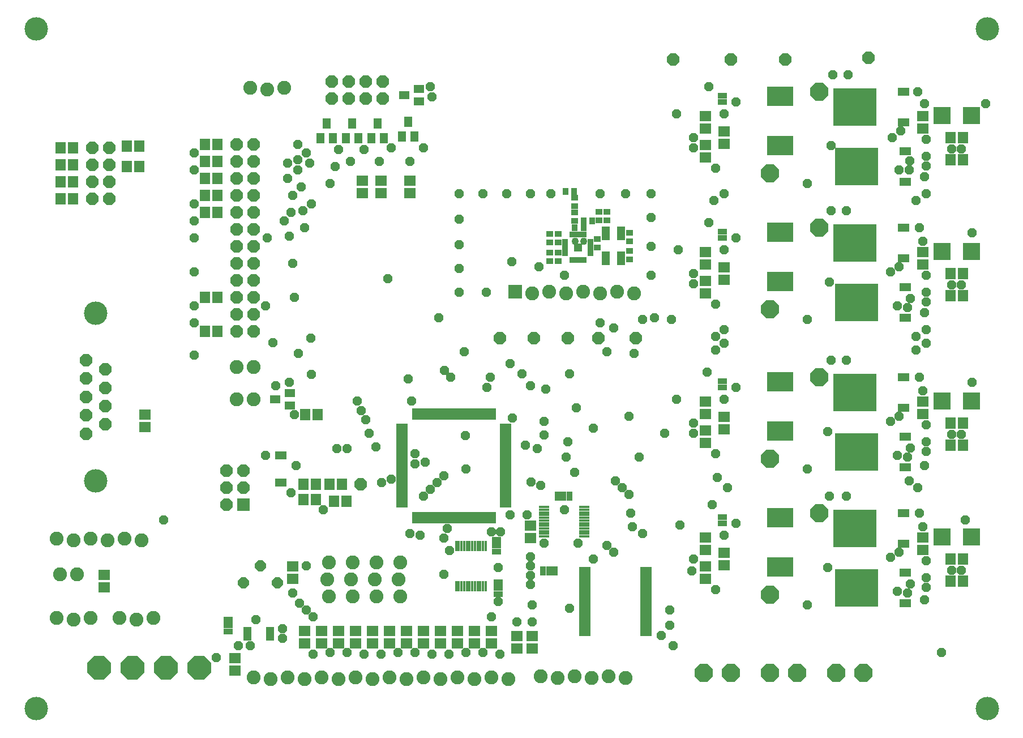
<source format=gts>
G75*
G70*
%OFA0B0*%
%FSLAX24Y24*%
%IPPOS*%
%LPD*%
%AMOC8*
5,1,8,0,0,1.08239X$1,22.5*
%
%ADD10R,0.0513X0.0828*%
%ADD11R,0.0434X0.0356*%
%ADD12R,0.0356X0.0434*%
%ADD13R,0.0474X0.0474*%
%ADD14R,0.0336X0.0198*%
%ADD15R,0.0198X0.0336*%
%ADD16R,0.0671X0.0592*%
%ADD17OC8,0.1080*%
%ADD18R,0.0680X0.4080*%
%ADD19R,0.0474X0.0631*%
%ADD20R,0.0631X0.0474*%
%ADD21R,0.0580X0.0330*%
%ADD22C,0.0820*%
%ADD23R,0.0820X0.0820*%
%ADD24R,0.0186X0.0671*%
%ADD25R,0.0671X0.0186*%
%ADD26R,0.0740X0.0740*%
%ADD27OC8,0.0740*%
%ADD28R,0.0671X0.0493*%
%ADD29R,0.0592X0.0671*%
%ADD30OC8,0.0720*%
%ADD31R,0.2521X0.2206*%
%ADD32R,0.0710X0.0474*%
%ADD33R,0.1025X0.1025*%
%ADD34R,0.1576X0.1182*%
%ADD35C,0.1380*%
%ADD36OC8,0.1380*%
%ADD37OC8,0.0640*%
%ADD38R,0.0474X0.0218*%
%ADD39R,0.0178X0.0631*%
%ADD40R,0.0631X0.0178*%
%ADD41R,0.0330X0.0580*%
%ADD42C,0.0430*%
%ADD43OC8,0.0520*%
D10*
X035729Y028711D03*
X036634Y028711D03*
X036634Y030168D03*
X035729Y030168D03*
D11*
X035232Y029845D03*
X035232Y029333D03*
X035338Y030918D03*
X035777Y030918D03*
X035777Y031430D03*
X035338Y031430D03*
X033879Y031393D03*
X033879Y031748D03*
X033879Y032259D03*
X033879Y030881D03*
X032932Y030145D03*
X032432Y030145D03*
X032432Y029633D03*
X032932Y029633D03*
X032932Y029045D03*
X032432Y029045D03*
X032432Y028533D03*
X032932Y028533D03*
X037132Y028633D03*
X037132Y029145D03*
X037132Y029683D03*
X037132Y030195D03*
D12*
X034922Y030901D03*
X034410Y030901D03*
X034416Y030489D03*
X033905Y030489D03*
X033865Y032629D03*
X033353Y032629D03*
D13*
X034082Y029339D03*
D14*
X034830Y029339D03*
X034830Y029142D03*
X034830Y028946D03*
X034830Y029536D03*
X034830Y029733D03*
X033334Y029733D03*
X033334Y029536D03*
X033334Y029339D03*
X033334Y029142D03*
X033334Y028946D03*
D15*
X033688Y028591D03*
X033885Y028591D03*
X034082Y028591D03*
X034279Y028591D03*
X034475Y028591D03*
X034475Y030087D03*
X034279Y030087D03*
X034082Y030087D03*
X033885Y030087D03*
X033688Y030087D03*
D16*
X041582Y029063D03*
X041582Y028315D03*
X041582Y027363D03*
X041582Y026615D03*
X042682Y027415D03*
X042682Y028163D03*
X041582Y034615D03*
X041582Y035363D03*
X041582Y036315D03*
X041582Y037063D03*
X042682Y036163D03*
X042682Y035415D03*
X054382Y036315D03*
X054382Y037063D03*
X054382Y029063D03*
X054382Y028315D03*
X054382Y020263D03*
X054382Y019515D03*
X054382Y012263D03*
X054382Y011515D03*
X042682Y011363D03*
X042682Y010615D03*
X041582Y010563D03*
X041582Y009815D03*
X041582Y011515D03*
X041582Y012263D03*
X041582Y017815D03*
X041582Y018563D03*
X041582Y019515D03*
X041582Y020263D03*
X042682Y019363D03*
X042682Y018615D03*
X031282Y012963D03*
X031282Y012215D03*
X028982Y006763D03*
X028982Y006015D03*
X027982Y006015D03*
X027982Y006763D03*
X026982Y006763D03*
X025982Y006763D03*
X025982Y006015D03*
X026982Y006015D03*
X024982Y006015D03*
X024982Y006763D03*
X023982Y006763D03*
X022982Y006763D03*
X022982Y006015D03*
X023982Y006015D03*
X021982Y006015D03*
X021982Y006763D03*
X020982Y006763D03*
X019982Y006763D03*
X019982Y006015D03*
X020982Y006015D03*
X018982Y006015D03*
X018982Y006763D03*
X017982Y006763D03*
X017982Y006015D03*
X013882Y005163D03*
X013882Y004415D03*
X006182Y009315D03*
X006182Y010063D03*
X017282Y009815D03*
X017282Y010563D03*
X008582Y018765D03*
X008582Y019513D03*
X021382Y032515D03*
X021382Y033263D03*
X022482Y033263D03*
X022482Y032515D03*
X024182Y032515D03*
X024182Y033263D03*
X030482Y006463D03*
X031382Y006463D03*
X031382Y005715D03*
X030482Y005715D03*
D17*
X041482Y004289D03*
X043082Y004289D03*
X045382Y004289D03*
X046982Y004289D03*
X049282Y004289D03*
X050882Y004289D03*
X045382Y008889D03*
X048282Y013689D03*
X045382Y016889D03*
X048282Y021689D03*
X045382Y025689D03*
X048282Y030489D03*
X045382Y033689D03*
X048282Y038489D03*
D18*
X038082Y008489D03*
X034482Y008489D03*
D19*
X024456Y035856D03*
X023708Y035856D03*
X024082Y036722D03*
X022656Y035756D03*
X021908Y035756D03*
X021156Y035756D03*
X020408Y035756D03*
X019656Y035756D03*
X018908Y035756D03*
X019282Y036622D03*
X020782Y036622D03*
X022282Y036622D03*
D20*
X023849Y038289D03*
X024715Y037915D03*
X024715Y038663D03*
X017115Y020763D03*
X017115Y020015D03*
X016249Y020389D03*
D21*
X029282Y012139D03*
X029282Y011789D03*
X029282Y011439D03*
X029382Y009639D03*
X029382Y009289D03*
X029382Y008939D03*
X042582Y013112D03*
X042582Y013466D03*
X042582Y021112D03*
X042582Y021466D03*
X042582Y029912D03*
X042582Y030266D03*
X042582Y037912D03*
X042582Y038266D03*
X013482Y007439D03*
X013482Y007089D03*
X013482Y006739D03*
D22*
X014982Y004039D03*
X015982Y003939D03*
X016982Y004039D03*
X017982Y003939D03*
X018982Y004039D03*
X019982Y003939D03*
X020982Y004039D03*
X021982Y003939D03*
X022982Y004039D03*
X023982Y003939D03*
X024982Y004039D03*
X025982Y003939D03*
X026982Y004039D03*
X027982Y003939D03*
X028982Y004039D03*
X029982Y003939D03*
X031882Y004089D03*
X032882Y003989D03*
X033882Y004089D03*
X034882Y003989D03*
X035882Y004089D03*
X036882Y003989D03*
X023632Y008789D03*
X023532Y009789D03*
X023632Y010789D03*
X022232Y010789D03*
X022132Y009789D03*
X020732Y009789D03*
X020832Y010789D03*
X019432Y010789D03*
X019332Y009789D03*
X019432Y008789D03*
X020832Y008789D03*
X022232Y008789D03*
X009082Y007539D03*
X008082Y007439D03*
X007082Y007539D03*
X005382Y007539D03*
X004382Y007439D03*
X003382Y007539D03*
X003582Y010089D03*
X004582Y010089D03*
X004382Y012089D03*
X005382Y012189D03*
X006382Y012089D03*
X007382Y012189D03*
X008382Y012089D03*
X003382Y012189D03*
X013982Y020389D03*
X014982Y020389D03*
X014982Y022289D03*
X013982Y022289D03*
X031382Y026639D03*
X032382Y026739D03*
X033382Y026639D03*
X034382Y026739D03*
X035382Y026639D03*
X036382Y026739D03*
X037382Y026639D03*
X016782Y038739D03*
X015782Y038639D03*
X014782Y038739D03*
D23*
X030382Y026739D03*
D24*
X029144Y019540D03*
X028947Y019540D03*
X028750Y019540D03*
X028553Y019540D03*
X028357Y019540D03*
X028160Y019540D03*
X027963Y019540D03*
X027766Y019540D03*
X027569Y019540D03*
X027372Y019540D03*
X027175Y019540D03*
X026979Y019540D03*
X026782Y019540D03*
X026585Y019540D03*
X026388Y019540D03*
X026191Y019540D03*
X025994Y019540D03*
X025797Y019540D03*
X025601Y019540D03*
X025404Y019540D03*
X025207Y019540D03*
X025010Y019540D03*
X024813Y019540D03*
X024616Y019540D03*
X024420Y019540D03*
X024420Y013438D03*
X024616Y013438D03*
X024813Y013438D03*
X025010Y013438D03*
X025207Y013438D03*
X025404Y013438D03*
X025601Y013438D03*
X025797Y013438D03*
X025994Y013438D03*
X026191Y013438D03*
X026388Y013438D03*
X026585Y013438D03*
X026782Y013438D03*
X026979Y013438D03*
X027175Y013438D03*
X027372Y013438D03*
X027569Y013438D03*
X027766Y013438D03*
X027963Y013438D03*
X028160Y013438D03*
X028357Y013438D03*
X028553Y013438D03*
X028750Y013438D03*
X028947Y013438D03*
X029144Y013438D03*
D25*
X029833Y014127D03*
X029833Y014324D03*
X029833Y014521D03*
X029833Y014718D03*
X029833Y014914D03*
X029833Y015111D03*
X029833Y015308D03*
X029833Y015505D03*
X029833Y015702D03*
X029833Y015899D03*
X029833Y016096D03*
X029833Y016292D03*
X029833Y016489D03*
X029833Y016686D03*
X029833Y016883D03*
X029833Y017080D03*
X029833Y017277D03*
X029833Y017474D03*
X029833Y017670D03*
X029833Y017867D03*
X029833Y018064D03*
X029833Y018261D03*
X029833Y018458D03*
X029833Y018655D03*
X029833Y018851D03*
X023731Y018851D03*
X023731Y018655D03*
X023731Y018458D03*
X023731Y018261D03*
X023731Y018064D03*
X023731Y017867D03*
X023731Y017670D03*
X023731Y017474D03*
X023731Y017277D03*
X023731Y017080D03*
X023731Y016883D03*
X023731Y016686D03*
X023731Y016489D03*
X023731Y016292D03*
X023731Y016096D03*
X023731Y015899D03*
X023731Y015702D03*
X023731Y015505D03*
X023731Y015308D03*
X023731Y015111D03*
X023731Y014914D03*
X023731Y014718D03*
X023731Y014521D03*
X023731Y014324D03*
X023731Y014127D03*
D26*
X014382Y014189D03*
D27*
X013382Y014189D03*
X013382Y015189D03*
X014382Y015189D03*
X014382Y016189D03*
X013382Y016189D03*
D28*
X016582Y015492D03*
X016582Y017087D03*
D29*
X017908Y015389D03*
X018656Y015389D03*
X019458Y015389D03*
X020206Y015389D03*
X020456Y014389D03*
X019708Y014389D03*
X018656Y014489D03*
X017908Y014489D03*
X018008Y019489D03*
X018756Y019489D03*
X012856Y024389D03*
X012108Y024389D03*
X012108Y026389D03*
X012856Y026389D03*
X012856Y031389D03*
X012108Y031389D03*
X012108Y032389D03*
X012856Y032389D03*
X012856Y033389D03*
X012108Y033389D03*
X012108Y034389D03*
X012856Y034389D03*
X012856Y035389D03*
X012108Y035389D03*
X008256Y035289D03*
X007508Y035289D03*
X007508Y034089D03*
X008256Y034089D03*
X004356Y034189D03*
X003608Y034189D03*
X003608Y035189D03*
X004356Y035189D03*
X004356Y033189D03*
X003608Y033189D03*
X003608Y032189D03*
X004356Y032189D03*
X056008Y034489D03*
X056756Y034489D03*
X056756Y035789D03*
X056008Y035789D03*
X056008Y027789D03*
X056756Y027789D03*
X056756Y026489D03*
X056008Y026489D03*
X056008Y018989D03*
X056756Y018989D03*
X056756Y017689D03*
X056008Y017689D03*
X056008Y010989D03*
X056756Y010989D03*
X056756Y009689D03*
X056008Y009689D03*
D30*
X037482Y023989D03*
X035282Y023989D03*
X033482Y023989D03*
X031482Y023989D03*
X029482Y023989D03*
X021282Y015389D03*
X014982Y024389D03*
X013982Y024389D03*
X013982Y025389D03*
X014982Y025389D03*
X014982Y026389D03*
X013982Y026389D03*
X013982Y027389D03*
X014982Y027389D03*
X014982Y028389D03*
X013982Y028389D03*
X013982Y029389D03*
X014982Y029389D03*
X014982Y030389D03*
X013982Y030389D03*
X013982Y031389D03*
X014982Y031389D03*
X014982Y032389D03*
X013982Y032389D03*
X013982Y033389D03*
X014982Y033389D03*
X014982Y034389D03*
X013982Y034389D03*
X013982Y035389D03*
X014982Y035389D03*
X019582Y038089D03*
X020582Y038089D03*
X021582Y038089D03*
X022582Y038089D03*
X022582Y039089D03*
X021582Y039089D03*
X020582Y039089D03*
X019582Y039089D03*
X006482Y035189D03*
X005482Y035189D03*
X005482Y034189D03*
X006482Y034189D03*
X006482Y033189D03*
X005482Y033189D03*
X005482Y032189D03*
X006482Y032189D03*
X005122Y022699D03*
X006242Y022159D03*
X006242Y021079D03*
X006242Y019999D03*
X005122Y019459D03*
X005122Y018379D03*
X006242Y018919D03*
X005122Y020539D03*
X005122Y021619D03*
X039682Y040389D03*
X043082Y040389D03*
X046282Y040389D03*
X051182Y040489D03*
D31*
X050397Y037589D03*
X050497Y034089D03*
X050397Y029589D03*
X050497Y026089D03*
X050397Y020789D03*
X050497Y017289D03*
X050397Y012789D03*
X050497Y009289D03*
D32*
X053371Y008392D03*
X053371Y010187D03*
X053271Y011892D03*
X053271Y013687D03*
X053371Y016392D03*
X053371Y018187D03*
X053271Y019892D03*
X053271Y021687D03*
X053371Y025192D03*
X053371Y026987D03*
X053271Y028692D03*
X053271Y030487D03*
X053371Y033192D03*
X053371Y034987D03*
X053271Y036692D03*
X053271Y038487D03*
D33*
X055516Y037089D03*
X057248Y037089D03*
X057248Y029089D03*
X055516Y029089D03*
X055516Y020289D03*
X057248Y020289D03*
X057248Y012289D03*
X055516Y012289D03*
D34*
X045982Y013446D03*
X045982Y010533D03*
X045982Y018533D03*
X045982Y021446D03*
X045982Y027333D03*
X045982Y030246D03*
X045982Y035333D03*
X045982Y038246D03*
D35*
X002182Y002189D03*
X005682Y015609D03*
X005682Y025469D03*
X002182Y042189D03*
X058182Y042189D03*
X058182Y002189D03*
D36*
X011792Y004589D03*
X009822Y004589D03*
X007852Y004589D03*
X005882Y004589D03*
D37*
X014382Y009589D03*
X015382Y010589D03*
X016382Y009589D03*
D38*
X015951Y006885D03*
X015951Y006688D03*
X015951Y006491D03*
X015951Y006294D03*
X014612Y006294D03*
X014612Y006491D03*
X014612Y006688D03*
X014612Y006885D03*
D39*
X026916Y009408D03*
X027073Y009408D03*
X027231Y009408D03*
X027388Y009408D03*
X027546Y009408D03*
X027703Y009408D03*
X027860Y009408D03*
X028018Y009408D03*
X028175Y009408D03*
X028333Y009408D03*
X028490Y009408D03*
X028648Y009408D03*
X028648Y011770D03*
X028490Y011770D03*
X028333Y011770D03*
X028175Y011770D03*
X028018Y011770D03*
X027860Y011770D03*
X027703Y011770D03*
X027546Y011770D03*
X027388Y011770D03*
X027231Y011770D03*
X027073Y011770D03*
X026916Y011770D03*
D40*
X032101Y012323D03*
X032101Y012481D03*
X032101Y012638D03*
X032101Y012796D03*
X032101Y012953D03*
X032101Y013111D03*
X032101Y013268D03*
X032101Y013426D03*
X032101Y013583D03*
X032101Y013740D03*
X032101Y013898D03*
X032101Y014055D03*
X034463Y014055D03*
X034463Y013898D03*
X034463Y013740D03*
X034463Y013583D03*
X034463Y013426D03*
X034463Y013268D03*
X034463Y013111D03*
X034463Y012953D03*
X034463Y012796D03*
X034463Y012638D03*
X034463Y012481D03*
X034463Y012323D03*
D41*
X032732Y010289D03*
X032382Y010289D03*
X032032Y010289D03*
X032882Y014689D03*
X033232Y014689D03*
X033582Y014689D03*
D42*
X033932Y029689D03*
X034432Y029689D03*
D43*
X033282Y027689D03*
X031782Y028189D03*
X030182Y028489D03*
X028682Y026689D03*
X027082Y026689D03*
X027082Y028089D03*
X027082Y029489D03*
X027082Y030989D03*
X027082Y032489D03*
X028482Y032489D03*
X029882Y032489D03*
X031282Y032489D03*
X032482Y032489D03*
X035382Y032489D03*
X036882Y032489D03*
X038382Y032489D03*
X038382Y031089D03*
X038382Y029389D03*
X039982Y029189D03*
X040882Y027789D03*
X040882Y027189D03*
X042182Y025989D03*
X042682Y024489D03*
X042182Y024089D03*
X042682Y023689D03*
X042182Y023289D03*
X041682Y021989D03*
X043382Y021089D03*
X042682Y020389D03*
X040882Y018989D03*
X040882Y018389D03*
X039182Y018389D03*
X037682Y016989D03*
X036282Y015589D03*
X036682Y015189D03*
X037082Y014789D03*
X037182Y013689D03*
X037282Y012889D03*
X037882Y012489D03*
X036182Y011389D03*
X035782Y011789D03*
X034982Y010989D03*
X034082Y011939D03*
X032082Y011939D03*
X031282Y011139D03*
X031282Y010589D03*
X031282Y010039D03*
X031282Y009489D03*
X031382Y008289D03*
X031382Y007289D03*
X030482Y007289D03*
X028982Y007589D03*
X029382Y008489D03*
X029382Y010489D03*
X029532Y012589D03*
X028982Y012589D03*
X030082Y013589D03*
X031082Y013589D03*
X031882Y015339D03*
X031332Y015539D03*
X031682Y017489D03*
X030982Y017689D03*
X032082Y018289D03*
X032082Y019089D03*
X033482Y017889D03*
X033382Y016989D03*
X033882Y016089D03*
X033282Y013889D03*
X027485Y016292D03*
X026182Y015889D03*
X025782Y015489D03*
X025382Y015089D03*
X024982Y014689D03*
X023082Y015689D03*
X022532Y015489D03*
X024482Y016589D03*
X024482Y017189D03*
X025082Y016689D03*
X027453Y018261D03*
X030232Y019289D03*
X031282Y021189D03*
X030782Y021889D03*
X030082Y022489D03*
X028932Y021689D03*
X028732Y021089D03*
X026607Y021714D03*
X026232Y022089D03*
X027382Y023189D03*
X025882Y025189D03*
X022882Y027489D03*
X018362Y023999D03*
X017632Y023089D03*
X018402Y021879D03*
X017082Y021389D03*
X016282Y021189D03*
X017382Y019489D03*
X019882Y017489D03*
X020482Y017489D03*
X021782Y018389D03*
X021582Y019189D03*
X021332Y019739D03*
X021082Y020289D03*
X024082Y021589D03*
X024282Y020289D03*
X022182Y017589D03*
X019082Y013889D03*
X017182Y014889D03*
X017482Y016489D03*
X015682Y017089D03*
X009682Y013289D03*
X017282Y008989D03*
X017682Y008389D03*
X018082Y007989D03*
X018482Y007589D03*
X016682Y006889D03*
X016682Y006339D03*
X015132Y007439D03*
X014782Y005889D03*
X014082Y005889D03*
X012782Y005189D03*
X018482Y005389D03*
X019482Y005489D03*
X020482Y005489D03*
X021482Y005389D03*
X022482Y005389D03*
X023482Y005489D03*
X024482Y005489D03*
X025482Y005389D03*
X026482Y005389D03*
X027482Y005489D03*
X028482Y005489D03*
X029482Y005389D03*
X033582Y008089D03*
X038982Y006489D03*
X039482Y007089D03*
X039682Y005889D03*
X039482Y007989D03*
X042182Y009189D03*
X040782Y010289D03*
X040882Y010989D03*
X042682Y012389D03*
X043382Y013089D03*
X041982Y014189D03*
X042882Y015189D03*
X042282Y015789D03*
X042182Y017189D03*
X039882Y020389D03*
X037082Y019389D03*
X034982Y018689D03*
X033982Y019889D03*
X032182Y020989D03*
X033582Y021889D03*
X035782Y023189D03*
X037382Y023089D03*
X036182Y024589D03*
X035382Y024889D03*
X037882Y025089D03*
X038582Y025189D03*
X039582Y025089D03*
X038382Y027689D03*
X042682Y029189D03*
X043382Y029889D03*
X041782Y030789D03*
X042082Y032089D03*
X042682Y032489D03*
X042182Y033989D03*
X040882Y035189D03*
X040882Y035789D03*
X039882Y037189D03*
X041782Y038789D03*
X043382Y037889D03*
X042682Y037189D03*
X047582Y033089D03*
X048982Y031489D03*
X049882Y031489D03*
X052982Y033889D03*
X053582Y033889D03*
X053632Y034439D03*
X054607Y034689D03*
X054607Y034139D03*
X054482Y033489D03*
X054582Y032489D03*
X053982Y032089D03*
X054182Y030489D03*
X054382Y029689D03*
X052982Y028189D03*
X052482Y027889D03*
X053657Y026339D03*
X053482Y025789D03*
X052882Y025889D03*
X054482Y025489D03*
X054607Y026139D03*
X054607Y026689D03*
X054607Y027689D03*
X056107Y027139D03*
X056657Y027139D03*
X054582Y024489D03*
X053982Y024089D03*
X054582Y023689D03*
X053982Y023289D03*
X054182Y021689D03*
X054382Y020889D03*
X052982Y019389D03*
X052482Y019089D03*
X053657Y017539D03*
X053482Y016989D03*
X052882Y017089D03*
X053582Y015589D03*
X054082Y015189D03*
X054482Y016489D03*
X054607Y017339D03*
X054607Y017889D03*
X054607Y018889D03*
X056107Y018339D03*
X056657Y018339D03*
X057282Y021389D03*
X049882Y022689D03*
X048982Y022689D03*
X047582Y025089D03*
X048882Y027289D03*
X057282Y030189D03*
X056657Y035139D03*
X056107Y035139D03*
X054607Y035689D03*
X053082Y036189D03*
X052582Y035789D03*
X054482Y037789D03*
X054082Y038489D03*
X058082Y037789D03*
X049982Y039489D03*
X049082Y039489D03*
X048982Y035339D03*
X048782Y018489D03*
X047582Y016289D03*
X048882Y014689D03*
X049882Y014689D03*
X054182Y013689D03*
X054382Y012889D03*
X052982Y011389D03*
X052482Y011089D03*
X053657Y009539D03*
X053482Y008989D03*
X052882Y009089D03*
X054482Y008589D03*
X054607Y009339D03*
X054607Y009889D03*
X054607Y010889D03*
X056107Y010339D03*
X056657Y010339D03*
X056882Y013289D03*
X048782Y010489D03*
X047582Y008289D03*
X040082Y012989D03*
X026532Y011489D03*
X026182Y012239D03*
X026382Y012789D03*
X024806Y012389D03*
X024182Y012489D03*
X026182Y010089D03*
X018082Y010589D03*
X011482Y022989D03*
X011482Y024889D03*
X011482Y025889D03*
X011482Y027889D03*
X011482Y029889D03*
X011482Y030889D03*
X011482Y031889D03*
X011482Y033889D03*
X011482Y034889D03*
X016982Y034289D03*
X017582Y034489D03*
X017582Y033889D03*
X016982Y033389D03*
X017782Y032889D03*
X017282Y032389D03*
X017182Y031389D03*
X016782Y030889D03*
X017082Y029989D03*
X017982Y030489D03*
X017882Y031489D03*
X018382Y031889D03*
X019482Y033089D03*
X019782Y034089D03*
X020682Y034389D03*
X019982Y035089D03*
X021482Y035089D03*
X022382Y034389D03*
X023082Y035189D03*
X024182Y034389D03*
X024982Y035189D03*
X025482Y038189D03*
X025382Y038789D03*
X018282Y034289D03*
X018082Y034889D03*
X017582Y035389D03*
X015782Y029889D03*
X017282Y028389D03*
X017382Y026389D03*
X015682Y025889D03*
X016112Y023719D03*
X055482Y005489D03*
M02*

</source>
